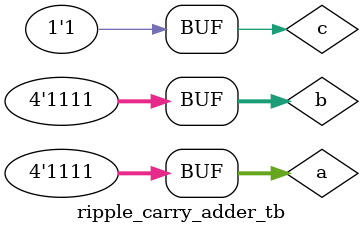
<source format=v>
module ripple_carry_adder_tb();

reg [3:0] a,b;
reg c;

wire [3:0] sum;
wire carry_out;

ripple_carry_4b DUT(a,b,c,sum,carry_out);

initial 
begin

a=4'b0101; b=4'b1010; c=1'b1;
#50 a=4'b1010; b=4'b1010; c=1'b1;
#50 a=4'b0101; b=4'b1111; c=1'b0;
#50 a=4'b1101; b=4'b1010; c=1'b0;
#50 a=4'b0001; b=4'b1011; c=1'b1;
#50 a=4'b1111; b=4'b1111; c=1'b1;


end

endmodule

</source>
